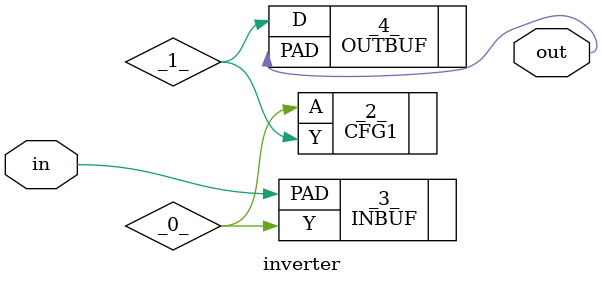
<source format=v>
/* Generated by Yosys 0.17+33 (git sha1 0b1a1a576, gcc 11.2.0-19ubuntu1 -fPIC -Os) */

(* top =  1  *)
(* src = "inverter.v:1.1-8.10" *)
module inverter(in, out);
  wire _0_;
  wire _1_;
  (* src = "inverter.v:2.14-2.16" *)
  input in;
  wire in;
  (* src = "inverter.v:3.15-3.18" *)
  output out;
  wire out;
  (* module_not_derived = 32'd1 *)
  (* src = "/yosys/share/sf2/cells_map.v:36.26-36.61" *)
  CFG1 #(
    .INIT(2'h1)
  ) _2_ (
    .A(_0_),
    .Y(_1_)
  );
  (* keep = 32'd1 *)
  INBUF _3_ (
    .PAD(in),
    .Y(_0_)
  );
  (* keep = 32'd1 *)
  OUTBUF _4_ (
    .D(_1_),
    .PAD(out)
  );
endmodule

</source>
